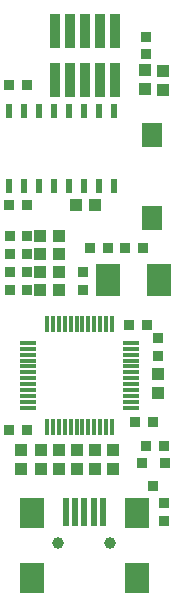
<source format=gts>
G04 #@! TF.FileFunction,Soldermask,Top*
%FSLAX46Y46*%
G04 Gerber Fmt 4.6, Leading zero omitted, Abs format (unit mm)*
G04 Created by KiCad (PCBNEW 4.0.0-rc2-stable) date 17/02/2016 11:29:09*
%MOMM*%
G01*
G04 APERTURE LIST*
%ADD10C,0.100000*%
%ADD11R,0.608000X1.243000*%
%ADD12R,1.100000X1.050000*%
%ADD13R,0.900000X0.850000*%
%ADD14R,0.850000X0.900000*%
%ADD15R,2.000000X2.700000*%
%ADD16R,0.350000X1.400000*%
%ADD17R,1.400000X0.350000*%
%ADD18R,0.897560X0.897560*%
%ADD19R,0.600380X2.401240*%
%ADD20R,2.098980X2.599360*%
%ADD21C,0.999160*%
%ADD22R,0.900100X0.900100*%
%ADD23R,1.700000X2.100000*%
%ADD24R,1.050000X1.100000*%
%ADD25R,0.840000X2.890000*%
G04 APERTURE END LIST*
D10*
D11*
X86133360Y92290900D03*
X88673360Y92290900D03*
X89943360Y92290900D03*
X91213360Y92290900D03*
X92483360Y92290900D03*
X93753360Y92290900D03*
X95023360Y92290900D03*
X95023360Y85940900D03*
X93753360Y85940900D03*
X92483360Y85940900D03*
X91213360Y85940900D03*
X89943360Y85940900D03*
X88673360Y85940900D03*
X87403360Y85940900D03*
X86133360Y85940900D03*
X87403360Y92290900D03*
D12*
X97622360Y94157900D03*
X97622360Y95757900D03*
D13*
X93003360Y80679900D03*
X94503360Y80679900D03*
D14*
X92356360Y78635900D03*
X92356360Y77135900D03*
D15*
X98824360Y78012900D03*
X94524360Y78012900D03*
D16*
X94820360Y74262900D03*
X94320360Y74262900D03*
X93820360Y74262900D03*
X93320360Y74262900D03*
X92820360Y74262900D03*
X92320360Y74262900D03*
X91820360Y74262900D03*
X91320360Y74262900D03*
X90820360Y74262900D03*
X90320360Y74262900D03*
X89820360Y74262900D03*
X89320360Y74262900D03*
D17*
X87720360Y72662900D03*
X87720360Y72162900D03*
X87720360Y71662900D03*
X87720360Y71162900D03*
X87720360Y70662900D03*
X87720360Y70162900D03*
X87720360Y69662900D03*
X87720360Y69162900D03*
X87720360Y68662900D03*
X87720360Y68162900D03*
X87720360Y67662900D03*
X87720360Y67162900D03*
D16*
X89320360Y65562900D03*
X89820360Y65562900D03*
X90320360Y65562900D03*
X90820360Y65562900D03*
X91320360Y65562900D03*
X91820360Y65562900D03*
X92320360Y65562900D03*
X92820360Y65562900D03*
X93320360Y65562900D03*
X93820360Y65562900D03*
X94320360Y65562900D03*
X94820360Y65562900D03*
D17*
X96420360Y67162900D03*
X96420360Y67662900D03*
X96420360Y68162900D03*
X96420360Y68662900D03*
X96420360Y69162900D03*
X96420360Y69662900D03*
X96420360Y70162900D03*
X96420360Y70662900D03*
X96420360Y71162900D03*
X96420360Y71662900D03*
X96420360Y72162900D03*
X96420360Y72662900D03*
D13*
X97702360Y63915900D03*
X99202360Y63915900D03*
D18*
X86146060Y77123900D03*
X87644660Y77123900D03*
D19*
X90888240Y58338060D03*
X91688340Y58338060D03*
X92488440Y58338060D03*
X93288540Y58338060D03*
X94088640Y58338060D03*
D20*
X88038360Y58239000D03*
X88038360Y52739900D03*
X96938520Y58239000D03*
X96938520Y52739900D03*
D21*
X90288800Y55739640D03*
X94688080Y55739640D03*
D13*
X97424360Y80679900D03*
X95924360Y80679900D03*
X98313360Y65947900D03*
X96813360Y65947900D03*
D14*
X98706360Y73047900D03*
X98706360Y71547900D03*
D13*
X97805360Y74202900D03*
X96305360Y74202900D03*
D14*
X99214360Y57577900D03*
X99214360Y59077900D03*
D13*
X87645360Y65312900D03*
X86145360Y65312900D03*
X86145360Y84362900D03*
X87645360Y84362900D03*
X86145360Y94522900D03*
X87645360Y94522900D03*
D18*
X86146060Y80171900D03*
X87644660Y80171900D03*
X86146060Y81695900D03*
X87644660Y81695900D03*
X86146060Y78647900D03*
X87644660Y78647900D03*
X97690360Y98599046D03*
X97690360Y97100446D03*
D22*
X99275360Y62503660D03*
X97375360Y62503660D03*
X98325360Y60504680D03*
D23*
X98198360Y83273900D03*
X98198360Y90273900D03*
D12*
X87149360Y61972900D03*
X87149360Y63572900D03*
X91848360Y63572900D03*
X91848360Y61972900D03*
X93372360Y63572900D03*
X93372360Y61972900D03*
X94896360Y61972900D03*
X94896360Y63572900D03*
X90324360Y61972900D03*
X90324360Y63572900D03*
X88800360Y63572900D03*
X88800360Y61972900D03*
X99146360Y95703900D03*
X99146360Y94103900D03*
D24*
X88762360Y80171900D03*
X90362360Y80171900D03*
X88762360Y81695900D03*
X90362360Y81695900D03*
X88765360Y78647900D03*
X90365360Y78647900D03*
X88765360Y77123900D03*
X90365360Y77123900D03*
X91810360Y84362900D03*
X93410360Y84362900D03*
D12*
X98706360Y70049900D03*
X98706360Y68449900D03*
D25*
X95082360Y99024900D03*
X95082360Y94954900D03*
X93812360Y99024900D03*
X93812360Y94954900D03*
X92542360Y99024900D03*
X92542360Y94954900D03*
X91272360Y99024900D03*
X91272360Y94954900D03*
X90002360Y99024900D03*
X90002360Y94954900D03*
M02*

</source>
